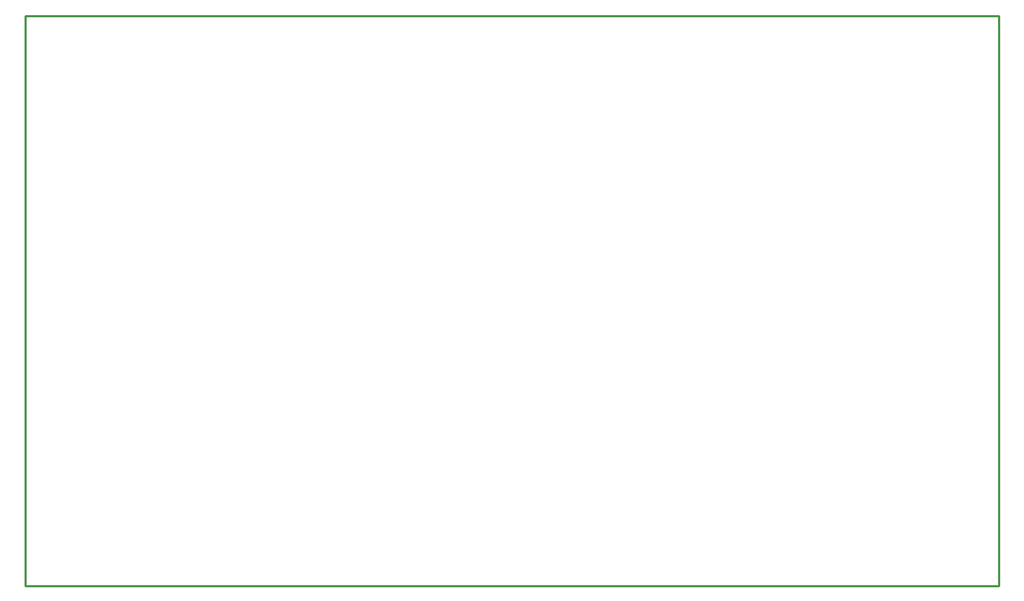
<source format=gbr>
G04 EAGLE Gerber RS-274X export*
G75*
%MOMM*%
%FSLAX34Y34*%
%LPD*%
%IN*%
%IPPOS*%
%AMOC8*
5,1,8,0,0,1.08239X$1,22.5*%
G01*
G04 Define Apertures*
%ADD10C,0.254000*%
D10*
X152400Y165100D02*
X1295200Y165100D01*
X1295200Y834900D01*
X152400Y834900D01*
X152400Y165100D01*
M02*

</source>
